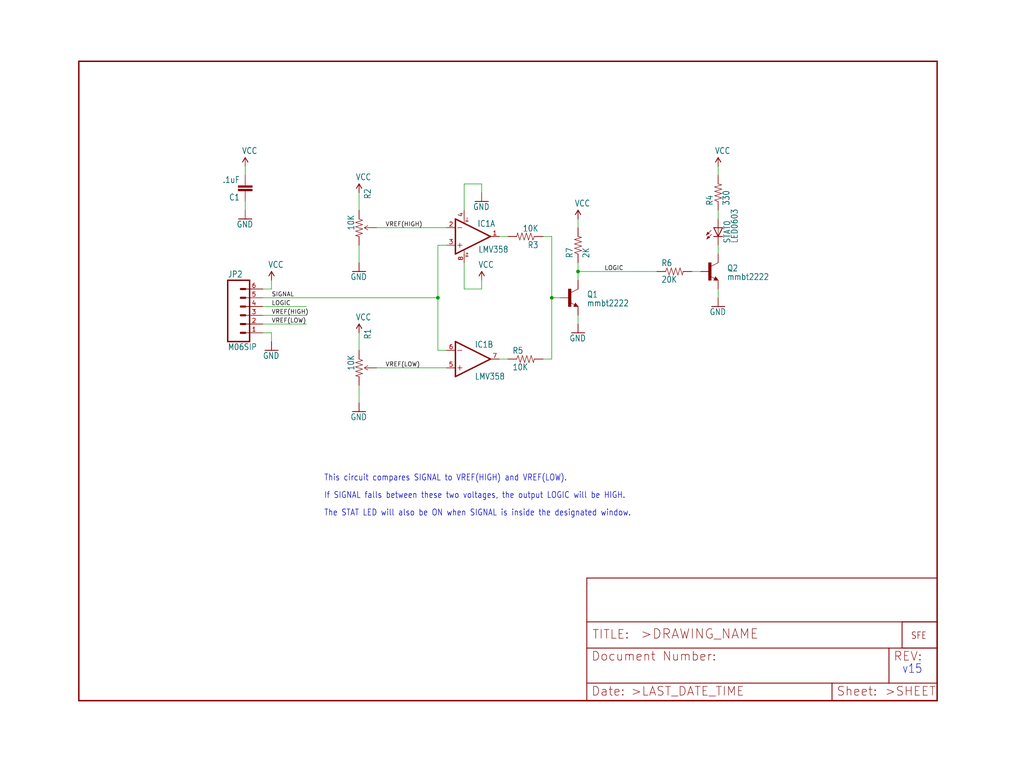
<source format=kicad_sch>
(kicad_sch (version 20211123) (generator eeschema)
  (paper "User" 297.002 223.926)
  (lib_symbols
    (symbol "eagleSchem-eagle-import:CAP0603-CAP"
      (property "Reference" "C" (at 1.524 2.921 0))
      (property "Value" "CAP0603-CAP" (at 1.524 -2.159 0))
      (symbol "CAP0603-CAP_1_0"
        (rectangle (start -2.032 0.508) (end 2.032 1.016) (fill (type outline)))
        (rectangle (start -2.032 1.524) (end 2.032 2.032) (fill (type outline)))
        (polyline (pts (xy 0 0) (xy 0 0.508)) (stroke (width 0.1524)))
        (polyline (pts (xy 0 2.54) (xy 0 2.032)) (stroke (width 0.1524)))
        (pin passive line (at 0 5.08 270) (length 2.54) (name "1") (number "1"))
        (pin passive line (at 0 -2.54 90) (length 2.54) (name "2") (number "2"))
      )
    )
    (symbol "eagleSchem-eagle-import:FRAME-LETTER"
      (symbol "FRAME-LETTER_1_0"
        (polyline (pts (xy 0 0) (xy 248.92 0)) (stroke (width 0.4064)))
        (polyline (pts (xy 0 185.42) (xy 0 0)) (stroke (width 0.4064)))
        (polyline (pts (xy 0 185.42) (xy 248.92 185.42)) (stroke (width 0.4064)))
        (polyline (pts (xy 248.92 185.42) (xy 248.92 0)) (stroke (width 0.4064)))
      )
      (symbol "FRAME-LETTER_2_0"
        (polyline (pts (xy 0 0) (xy 0 5.08)) (stroke (width 0.254)))
        (polyline (pts (xy 0 0) (xy 71.12 0)) (stroke (width 0.254)))
        (polyline (pts (xy 0 5.08) (xy 0 15.24)) (stroke (width 0.254)))
        (polyline (pts (xy 0 5.08) (xy 71.12 5.08)) (stroke (width 0.254)))
        (polyline (pts (xy 0 15.24) (xy 0 22.86)) (stroke (width 0.254)))
        (polyline (pts (xy 0 22.86) (xy 0 35.56)) (stroke (width 0.254)))
        (polyline (pts (xy 0 22.86) (xy 101.6 22.86)) (stroke (width 0.254)))
        (polyline (pts (xy 71.12 0) (xy 101.6 0)) (stroke (width 0.254)))
        (polyline (pts (xy 71.12 5.08) (xy 71.12 0)) (stroke (width 0.254)))
        (polyline (pts (xy 71.12 5.08) (xy 87.63 5.08)) (stroke (width 0.254)))
        (polyline (pts (xy 87.63 5.08) (xy 101.6 5.08)) (stroke (width 0.254)))
        (polyline (pts (xy 87.63 15.24) (xy 0 15.24)) (stroke (width 0.254)))
        (polyline (pts (xy 87.63 15.24) (xy 87.63 5.08)) (stroke (width 0.254)))
        (polyline (pts (xy 101.6 5.08) (xy 101.6 0)) (stroke (width 0.254)))
        (polyline (pts (xy 101.6 15.24) (xy 87.63 15.24)) (stroke (width 0.254)))
        (polyline (pts (xy 101.6 15.24) (xy 101.6 5.08)) (stroke (width 0.254)))
        (polyline (pts (xy 101.6 22.86) (xy 101.6 15.24)) (stroke (width 0.254)))
        (polyline (pts (xy 101.6 35.56) (xy 0 35.56)) (stroke (width 0.254)))
        (polyline (pts (xy 101.6 35.56) (xy 101.6 22.86)) (stroke (width 0.254)))
        (text ">DRAWING_NAME" (at 15.494 17.78 0) (effects (font (size 2.7432 2.7432)) (justify left bottom)))
        (text ">LAST_DATE_TIME" (at 12.7 1.27 0) (effects (font (size 2.54 2.54)) (justify left bottom)))
        (text ">SHEET" (at 86.36 1.27 0) (effects (font (size 2.54 2.54)) (justify left bottom)))
        (text "Date:" (at 1.27 1.27 0) (effects (font (size 2.54 2.54)) (justify left bottom)))
        (text "Document Number:" (at 1.27 11.43 0) (effects (font (size 2.54 2.54)) (justify left bottom)))
        (text "REV:" (at 88.9 11.43 0) (effects (font (size 2.54 2.54)) (justify left bottom)))
        (text "Sheet:" (at 72.39 1.27 0) (effects (font (size 2.54 2.54)) (justify left bottom)))
        (text "TITLE:" (at 1.524 17.78 0) (effects (font (size 2.54 2.54)) (justify left bottom)))
      )
    )
    (symbol "eagleSchem-eagle-import:GND" (power)
      (property "Value" "GND" (at -2.54 -2.54 0))
      (symbol "GND_1_0"
        (polyline (pts (xy -1.905 0) (xy 1.905 0)) (stroke (width 0.254)))
        (pin power_in line (at 0 2.54 270) (length 2.54) (name "GND") (number "1"))
      )
    )
    (symbol "eagleSchem-eagle-import:LED0603"
      (property "Reference" "LED" (at 3.556 -4.572 90))
      (property "Value" "LED0603" (at 5.715 -4.572 90))
      (symbol "LED0603_1_0"
        (polyline (pts (xy -2.032 -0.762) (xy -3.429 -2.159)) (stroke (width 0.1524)))
        (polyline (pts (xy -1.905 -1.905) (xy -3.302 -3.302)) (stroke (width 0.1524)))
        (polyline (pts (xy 0 -2.54) (xy -1.27 -2.54)) (stroke (width 0.254)))
        (polyline (pts (xy 0 -2.54) (xy -1.27 0)) (stroke (width 0.254)))
        (polyline (pts (xy 0 0) (xy -1.27 0)) (stroke (width 0.254)))
        (polyline (pts (xy 0 0) (xy 0 -2.54)) (stroke (width 0.1524)))
        (polyline (pts (xy 1.27 -2.54) (xy 0 -2.54)) (stroke (width 0.254)))
        (polyline (pts (xy 1.27 0) (xy 0 -2.54)) (stroke (width 0.254)))
        (polyline (pts (xy 1.27 0) (xy 0 0)) (stroke (width 0.254)))
        (polyline (pts (xy -3.429 -2.159) (xy -3.048 -1.27) (xy -2.54 -1.778)) (fill (type outline)))
        (polyline (pts (xy -3.302 -3.302) (xy -2.921 -2.413) (xy -2.413 -2.921)) (fill (type outline)))
        (pin passive line (at 0 2.54 270) (length 2.54) (name "A") (number "A"))
        (pin passive line (at 0 -5.08 90) (length 2.54) (name "C") (number "C"))
      )
    )
    (symbol "eagleSchem-eagle-import:LOGO-SFENEW"
      (symbol "LOGO-SFENEW_1_0"
        (polyline (pts (xy -2.54 -2.54) (xy 7.62 -2.54)) (stroke (width 0.254)))
        (polyline (pts (xy -2.54 5.08) (xy -2.54 -2.54)) (stroke (width 0.254)))
        (polyline (pts (xy 7.62 -2.54) (xy 7.62 5.08)) (stroke (width 0.254)))
        (polyline (pts (xy 7.62 5.08) (xy -2.54 5.08)) (stroke (width 0.254)))
        (text "SFE" (at 0 0 0) (effects (font (size 1.9304 1.6408)) (justify left bottom)))
      )
    )
    (symbol "eagleSchem-eagle-import:M06SIP"
      (property "Reference" "JP" (at -5.08 10.922 0))
      (property "Value" "M06SIP" (at -5.08 -10.16 0))
      (symbol "M06SIP_1_0"
        (polyline (pts (xy -5.08 10.16) (xy -5.08 -7.62)) (stroke (width 0.4064)))
        (polyline (pts (xy -5.08 10.16) (xy 1.27 10.16)) (stroke (width 0.4064)))
        (polyline (pts (xy -1.27 -5.08) (xy 0 -5.08)) (stroke (width 0.6096)))
        (polyline (pts (xy -1.27 -2.54) (xy 0 -2.54)) (stroke (width 0.6096)))
        (polyline (pts (xy -1.27 0) (xy 0 0)) (stroke (width 0.6096)))
        (polyline (pts (xy -1.27 2.54) (xy 0 2.54)) (stroke (width 0.6096)))
        (polyline (pts (xy -1.27 5.08) (xy 0 5.08)) (stroke (width 0.6096)))
        (polyline (pts (xy -1.27 7.62) (xy 0 7.62)) (stroke (width 0.6096)))
        (polyline (pts (xy 1.27 -7.62) (xy -5.08 -7.62)) (stroke (width 0.4064)))
        (polyline (pts (xy 1.27 -7.62) (xy 1.27 10.16)) (stroke (width 0.4064)))
        (pin passive line (at 5.08 -5.08 180) (length 5.08) (name "1") (number "1"))
        (pin passive line (at 5.08 -2.54 180) (length 5.08) (name "2") (number "2"))
        (pin passive line (at 5.08 0 180) (length 5.08) (name "3") (number "3"))
        (pin passive line (at 5.08 2.54 180) (length 5.08) (name "4") (number "4"))
        (pin passive line (at 5.08 5.08 180) (length 5.08) (name "5") (number "5"))
        (pin passive line (at 5.08 7.62 180) (length 5.08) (name "6") (number "6"))
      )
    )
    (symbol "eagleSchem-eagle-import:OPAMP-DUALU"
      (property "Reference" "IC" (at 2.54 5.715 0))
      (property "Value" "OPAMP-DUALU" (at 2.54 -5.08 0))
      (symbol "OPAMP-DUALU_1_0"
        (polyline (pts (xy -5.08 -5.08) (xy 5.08 0)) (stroke (width 0.4064)))
        (polyline (pts (xy -5.08 5.08) (xy -5.08 -5.08)) (stroke (width 0.4064)))
        (polyline (pts (xy -4.445 -2.54) (xy -3.175 -2.54)) (stroke (width 0.1524)))
        (polyline (pts (xy -4.445 2.54) (xy -3.175 2.54)) (stroke (width 0.1524)))
        (polyline (pts (xy -3.81 3.175) (xy -3.81 1.905)) (stroke (width 0.1524)))
        (polyline (pts (xy -2.54 -3.9116) (xy -2.54 -5.08)) (stroke (width 0.1524)))
        (polyline (pts (xy -2.54 5.08) (xy -2.54 3.8862)) (stroke (width 0.1524)))
        (polyline (pts (xy 5.08 0) (xy -5.08 5.08)) (stroke (width 0.4064)))
        (text "V+" (at -1.27 4.445 900) (effects (font (size 0.8128 0.6908)) (justify left bottom)))
        (text "V-" (at -1.27 -5.715 900) (effects (font (size 0.8128 0.6908)) (justify left bottom)))
        (pin output line (at 7.62 0 180) (length 2.54) (name "OUT") (number "1"))
        (pin input line (at -7.62 -2.54 0) (length 2.54) (name "-IN") (number "2"))
        (pin input line (at -7.62 2.54 0) (length 2.54) (name "+IN") (number "3"))
        (pin power_in line (at -2.54 -7.62 90) (length 2.54) (name "V-") (number "4"))
        (pin power_in line (at -2.54 7.62 270) (length 2.54) (name "V+") (number "8"))
      )
      (symbol "OPAMP-DUALU_2_0"
        (polyline (pts (xy -5.08 -5.08) (xy 5.08 0)) (stroke (width 0.4064)))
        (polyline (pts (xy -5.08 5.08) (xy -5.08 -5.08)) (stroke (width 0.4064)))
        (polyline (pts (xy -4.445 -2.54) (xy -3.175 -2.54)) (stroke (width 0.1524)))
        (polyline (pts (xy -4.445 2.54) (xy -3.175 2.54)) (stroke (width 0.1524)))
        (polyline (pts (xy -3.81 3.175) (xy -3.81 1.905)) (stroke (width 0.1524)))
        (polyline (pts (xy 5.08 0) (xy -5.08 5.08)) (stroke (width 0.4064)))
        (pin input line (at -7.62 2.54 0) (length 2.54) (name "+IN") (number "5"))
        (pin input line (at -7.62 -2.54 0) (length 2.54) (name "-IN") (number "6"))
        (pin output line (at 7.62 0 180) (length 2.54) (name "OUT") (number "7"))
      )
    )
    (symbol "eagleSchem-eagle-import:RESISTOR0603-RES"
      (property "Reference" "R" (at -3.81 1.4986 0))
      (property "Value" "RESISTOR0603-RES" (at -3.81 -3.302 0))
      (symbol "RESISTOR0603-RES_1_0"
        (polyline (pts (xy -2.54 0) (xy -2.159 1.016)) (stroke (width 0.1524)))
        (polyline (pts (xy -2.159 1.016) (xy -1.524 -1.016)) (stroke (width 0.1524)))
        (polyline (pts (xy -1.524 -1.016) (xy -0.889 1.016)) (stroke (width 0.1524)))
        (polyline (pts (xy -0.889 1.016) (xy -0.254 -1.016)) (stroke (width 0.1524)))
        (polyline (pts (xy -0.254 -1.016) (xy 0.381 1.016)) (stroke (width 0.1524)))
        (polyline (pts (xy 0.381 1.016) (xy 1.016 -1.016)) (stroke (width 0.1524)))
        (polyline (pts (xy 1.016 -1.016) (xy 1.651 1.016)) (stroke (width 0.1524)))
        (polyline (pts (xy 1.651 1.016) (xy 2.286 -1.016)) (stroke (width 0.1524)))
        (polyline (pts (xy 2.286 -1.016) (xy 2.54 0)) (stroke (width 0.1524)))
        (pin passive line (at -5.08 0 0) (length 2.54) (name "1") (number "1"))
        (pin passive line (at 5.08 0 180) (length 2.54) (name "2") (number "2"))
      )
    )
    (symbol "eagleSchem-eagle-import:TRANSISTOR_NPNSOT23-3"
      (property "Reference" "Q" (at 5.08 0 0))
      (property "Value" "TRANSISTOR_NPNSOT23-3" (at 5.08 -2.54 0))
      (symbol "TRANSISTOR_NPNSOT23-3_1_0"
        (rectangle (start -0.254 -2.54) (end 0.508 2.54) (fill (type outline)))
        (polyline (pts (xy 1.27 -2.54) (xy 1.778 -1.524)) (stroke (width 0.1524)))
        (polyline (pts (xy 1.524 -2.413) (xy 2.286 -2.413)) (stroke (width 0.254)))
        (polyline (pts (xy 1.524 -2.286) (xy 1.905 -2.286)) (stroke (width 0.254)))
        (polyline (pts (xy 1.54 -2.04) (xy 0.308 -1.424)) (stroke (width 0.1524)))
        (polyline (pts (xy 1.778 -1.778) (xy 1.524 -2.286)) (stroke (width 0.254)))
        (polyline (pts (xy 1.778 -1.524) (xy 2.54 -2.54)) (stroke (width 0.1524)))
        (polyline (pts (xy 1.905 -2.286) (xy 1.778 -2.032)) (stroke (width 0.254)))
        (polyline (pts (xy 2.286 -2.413) (xy 1.778 -1.778)) (stroke (width 0.254)))
        (polyline (pts (xy 2.54 -2.54) (xy 1.27 -2.54)) (stroke (width 0.1524)))
        (polyline (pts (xy 2.54 2.54) (xy 0.508 1.524)) (stroke (width 0.1524)))
        (pin passive line (at -2.54 0 0) (length 2.54) (name "B") (number "1"))
        (pin passive line (at 2.54 -5.08 90) (length 2.54) (name "E") (number "2"))
        (pin passive line (at 2.54 5.08 270) (length 2.54) (name "C") (number "3"))
      )
    )
    (symbol "eagleSchem-eagle-import:TRIMPOTSMD"
      (property "Reference" "R" (at -11.43 1.4986 0))
      (property "Value" "TRIMPOTSMD" (at -3.81 -3.302 0))
      (symbol "TRIMPOTSMD_1_0"
        (polyline (pts (xy -2.54 0) (xy -2.159 1.016)) (stroke (width 0.1524)))
        (polyline (pts (xy -2.159 1.016) (xy -1.524 -1.016)) (stroke (width 0.1524)))
        (polyline (pts (xy -1.524 -1.016) (xy -0.889 1.016)) (stroke (width 0.1524)))
        (polyline (pts (xy -0.889 1.016) (xy -0.254 -1.016)) (stroke (width 0.1524)))
        (polyline (pts (xy -0.635 2.54) (xy 0 1.524)) (stroke (width 0.1524)))
        (polyline (pts (xy -0.254 -1.016) (xy 0.381 1.016)) (stroke (width 0.1524)))
        (polyline (pts (xy 0 1.524) (xy 0.635 2.54)) (stroke (width 0.1524)))
        (polyline (pts (xy 0 2.54) (xy 0 1.524)) (stroke (width 0.1524)))
        (polyline (pts (xy 0.381 1.016) (xy 1.016 -1.016)) (stroke (width 0.1524)))
        (polyline (pts (xy 1.016 -1.016) (xy 1.651 1.016)) (stroke (width 0.1524)))
        (polyline (pts (xy 1.651 1.016) (xy 2.286 -1.016)) (stroke (width 0.1524)))
        (polyline (pts (xy 2.286 -1.016) (xy 2.54 0)) (stroke (width 0.1524)))
        (pin passive line (at -5.08 0 0) (length 2.54) (name "CCW") (number "1"))
        (pin passive line (at 0 5.08 270) (length 2.54) (name "WIPER") (number "2"))
        (pin passive line (at 5.08 0 180) (length 2.54) (name "CW") (number "3"))
      )
    )
    (symbol "eagleSchem-eagle-import:VCC" (power)
      (property "Value" "VCC" (at -1.016 3.556 0))
      (symbol "VCC_1_0"
        (polyline (pts (xy 0 2.54) (xy -0.762 1.27)) (stroke (width 0.254)))
        (polyline (pts (xy 0.762 1.27) (xy 0 2.54)) (stroke (width 0.254)))
        (pin power_in line (at 0 0 90) (length 2.54) (name "VCC") (number "1"))
      )
    )
  )
  (junction (at 127 86.36))
  (junction (at 167.64 78.74))
  (junction (at 160.02 86.36))
  (wire (pts (xy 104.14 55.88) (xy 104.14 60.96)))
  (wire (pts (xy 129.54 106.68) (xy 109.22 106.68)))
  (wire (pts (xy 134.62 53.34) (xy 139.7 53.34)))
  (wire (pts (xy 139.7 83.82) (xy 134.62 83.82)))
  (wire (pts (xy 76.2 88.9) (xy 88.9 88.9)))
  (wire (pts (xy 104.14 76.2) (xy 104.14 71.12)))
  (wire (pts (xy 139.7 81.28) (xy 139.7 83.82)))
  (wire (pts (xy 139.7 53.34) (xy 139.7 55.88)))
  (wire (pts (xy 127 71.12) (xy 127 86.36)))
  (wire (pts (xy 134.62 83.82) (xy 134.62 76.2)))
  (wire (pts (xy 167.64 93.98) (xy 167.64 91.44)))
  (wire (pts (xy 167.64 78.74) (xy 190.5 78.74)))
  (wire (pts (xy 78.74 83.82) (xy 78.74 81.28)))
  (wire (pts (xy 129.54 71.12) (xy 127 71.12)))
  (wire (pts (xy 167.64 81.28) (xy 167.64 78.74)))
  (wire (pts (xy 104.14 116.84) (xy 104.14 111.76)))
  (wire (pts (xy 208.28 50.8) (xy 208.28 48.26)))
  (wire (pts (xy 160.02 86.36) (xy 160.02 68.58)))
  (wire (pts (xy 71.12 50.8) (xy 71.12 48.26)))
  (wire (pts (xy 104.14 96.52) (xy 104.14 101.6)))
  (wire (pts (xy 147.32 68.58) (xy 144.78 68.58)))
  (wire (pts (xy 208.28 73.66) (xy 208.28 71.12)))
  (wire (pts (xy 167.64 66.04) (xy 167.64 63.5)))
  (wire (pts (xy 200.66 78.74) (xy 203.2 78.74)))
  (wire (pts (xy 127 86.36) (xy 127 101.6)))
  (wire (pts (xy 208.28 63.5) (xy 208.28 60.96)))
  (wire (pts (xy 208.28 86.36) (xy 208.28 83.82)))
  (wire (pts (xy 76.2 93.98) (xy 88.9 93.98)))
  (wire (pts (xy 127 101.6) (xy 129.54 101.6)))
  (wire (pts (xy 160.02 104.14) (xy 160.02 86.36)))
  (wire (pts (xy 78.74 96.52) (xy 78.74 99.06)))
  (wire (pts (xy 76.2 91.44) (xy 88.9 91.44)))
  (wire (pts (xy 167.64 78.74) (xy 167.64 76.2)))
  (wire (pts (xy 144.78 104.14) (xy 147.32 104.14)))
  (wire (pts (xy 160.02 68.58) (xy 157.48 68.58)))
  (wire (pts (xy 76.2 96.52) (xy 78.74 96.52)))
  (wire (pts (xy 129.54 66.04) (xy 109.22 66.04)))
  (wire (pts (xy 160.02 86.36) (xy 162.56 86.36)))
  (wire (pts (xy 127 86.36) (xy 76.2 86.36)))
  (wire (pts (xy 134.62 60.96) (xy 134.62 53.34)))
  (wire (pts (xy 157.48 104.14) (xy 160.02 104.14)))
  (wire (pts (xy 71.12 60.96) (xy 71.12 58.42)))
  (wire (pts (xy 76.2 83.82) (xy 78.74 83.82)))
  (text "If SIGNAL falls between these two voltages, the output LOGIC will be HIGH." (at 93.98 144.78 0) (effects (font (size 1.778 1.5113)) (justify left bottom)))
  (text "This circuit compares SIGNAL to VREF(HIGH) and VREF(LOW)." (at 93.98 139.7 0) (effects (font (size 1.778 1.5113)) (justify left bottom)))
  (text "The STAT LED will also be ON when SIGNAL is inside the designated window." (at 93.98 149.86 0) (effects (font (size 1.778 1.5113)) (justify left bottom)))
  (text "v15" (at 261.62 195.58 180) (effects (font (size 2.54 2.159)) (justify left bottom)))
  (label "VREF(LOW)" (at 78.74 93.98 0) (effects (font (size 1.2446 1.2446))))
  (label "VREF(HIGH)" (at 111.76 66.04 0) (effects (font (size 1.2446 1.2446))))
  (label "VREF(HIGH)" (at 78.74 91.44 0) (effects (font (size 1.2446 1.2446))))
  (label "SIGNAL" (at 78.74 86.36 0) (effects (font (size 1.2446 1.2446))))
  (label "VREF(LOW)" (at 111.76 106.68 0) (effects (font (size 1.2446 1.2446))))
  (label "LOGIC" (at 78.74 88.9 0) (effects (font (size 1.2446 1.2446))))
  (label "LOGIC" (at 175.26 78.74 0) (effects (font (size 1.2446 1.2446))))
  (symbol (lib_id "eagleSchem-eagle-import:GND") (at 104.14 119.38 0) (unit 1)
    (property "Reference" "#GND3" (effects hide))
    (property "Value" "GND" (at 101.6 121.92 0) (effects (font (size 1.778 1.5113)) (justify left bottom)))
    (property "Footprint" "eagleSchem:" (effects hide))
  )
  (symbol (lib_id "eagleSchem-eagle-import:OPAMP-DUALU") (at 137.16 104.14 0) (mirror x) (unit 2)
    (property "Reference" "IC1" (at 137.668 98.933 0) (effects (font (size 1.778 1.5113)) (justify left bottom)))
    (property "Value" "LMV358" (at 137.668 108.204 0) (effects (font (size 1.778 1.5113)) (justify left bottom)))
    (property "Footprint" "eagleSchem:SO08" (effects hide))
  )
  (symbol (lib_id "eagleSchem-eagle-import:VCC") (at 104.14 55.88 0) (unit 1)
    (property "Reference" "#P+3" (effects hide))
    (property "Value" "VCC" (at 103.124 52.324 0) (effects (font (size 1.778 1.5113)) (justify left bottom)))
    (property "Footprint" "eagleSchem:" (effects hide))
  )
  (symbol (lib_id "eagleSchem-eagle-import:RESISTOR0603-RES") (at 152.4 68.58 180) (unit 1)
    (property "Reference" "R3" (at 156.21 70.0786 0) (effects (font (size 1.778 1.5113)) (justify left bottom)))
    (property "Value" "10K" (at 156.21 65.278 0) (effects (font (size 1.778 1.5113)) (justify left bottom)))
    (property "Footprint" "eagleSchem:0603-RES" (effects hide))
  )
  (symbol (lib_id "eagleSchem-eagle-import:RESISTOR0603-RES") (at 208.28 55.88 90) (unit 1)
    (property "Reference" "R4" (at 206.7814 59.69 0) (effects (font (size 1.778 1.5113)) (justify left bottom)))
    (property "Value" "330" (at 211.582 59.69 0) (effects (font (size 1.778 1.5113)) (justify left bottom)))
    (property "Footprint" "eagleSchem:0603-RES" (effects hide))
  )
  (symbol (lib_id "eagleSchem-eagle-import:LED0603") (at 208.28 66.04 0) (unit 1)
    (property "Reference" "STAT0" (at 211.836 70.612 90) (effects (font (size 1.778 1.5113)) (justify left bottom)))
    (property "Value" "LED0603" (at 213.995 70.612 90) (effects (font (size 1.778 1.5113)) (justify left bottom)))
    (property "Footprint" "eagleSchem:LED-0603" (effects hide))
  )
  (symbol (lib_id "eagleSchem-eagle-import:GND") (at 71.12 63.5 0) (unit 1)
    (property "Reference" "#GND4" (effects hide))
    (property "Value" "GND" (at 68.58 66.04 0) (effects (font (size 1.778 1.5113)) (justify left bottom)))
    (property "Footprint" "eagleSchem:" (effects hide))
  )
  (symbol (lib_id "eagleSchem-eagle-import:VCC") (at 167.64 63.5 0) (unit 1)
    (property "Reference" "#P+5" (effects hide))
    (property "Value" "VCC" (at 166.624 59.944 0) (effects (font (size 1.778 1.5113)) (justify left bottom)))
    (property "Footprint" "eagleSchem:" (effects hide))
  )
  (symbol (lib_id "eagleSchem-eagle-import:VCC") (at 104.14 96.52 0) (unit 1)
    (property "Reference" "#P+4" (effects hide))
    (property "Value" "VCC" (at 103.124 92.964 0) (effects (font (size 1.778 1.5113)) (justify left bottom)))
    (property "Footprint" "eagleSchem:" (effects hide))
  )
  (symbol (lib_id "eagleSchem-eagle-import:VCC") (at 139.7 81.28 0) (unit 1)
    (property "Reference" "#P+7" (effects hide))
    (property "Value" "VCC" (at 138.684 77.724 0) (effects (font (size 1.778 1.5113)) (justify left bottom)))
    (property "Footprint" "eagleSchem:" (effects hide))
  )
  (symbol (lib_id "eagleSchem-eagle-import:VCC") (at 71.12 48.26 0) (unit 1)
    (property "Reference" "#P+2" (effects hide))
    (property "Value" "VCC" (at 70.104 44.704 0) (effects (font (size 1.778 1.5113)) (justify left bottom)))
    (property "Footprint" "eagleSchem:" (effects hide))
  )
  (symbol (lib_id "eagleSchem-eagle-import:RESISTOR0603-RES") (at 152.4 104.14 0) (unit 1)
    (property "Reference" "R5" (at 148.59 102.6414 0) (effects (font (size 1.778 1.5113)) (justify left bottom)))
    (property "Value" "10K" (at 148.59 107.442 0) (effects (font (size 1.778 1.5113)) (justify left bottom)))
    (property "Footprint" "eagleSchem:0603-RES" (effects hide))
  )
  (symbol (lib_id "eagleSchem-eagle-import:GND") (at 139.7 58.42 0) (unit 1)
    (property "Reference" "#GND1" (effects hide))
    (property "Value" "GND" (at 137.16 60.96 0) (effects (font (size 1.778 1.5113)) (justify left bottom)))
    (property "Footprint" "eagleSchem:" (effects hide))
  )
  (symbol (lib_id "eagleSchem-eagle-import:TRIMPOTSMD") (at 104.14 106.68 270) (unit 1)
    (property "Reference" "R1" (at 105.6386 95.25 0) (effects (font (size 1.778 1.5113)) (justify left bottom)))
    (property "Value" "10K" (at 100.838 102.87 0) (effects (font (size 1.778 1.5113)) (justify left bottom)))
    (property "Footprint" "eagleSchem:TRIMPOT-3MM" (effects hide))
  )
  (symbol (lib_id "eagleSchem-eagle-import:M06SIP") (at 71.12 91.44 0) (unit 1)
    (property "Reference" "JP2" (at 66.04 80.518 0) (effects (font (size 1.778 1.5113)) (justify left bottom)))
    (property "Value" "M06SIP" (at 66.04 101.6 0) (effects (font (size 1.778 1.5113)) (justify left bottom)))
    (property "Footprint" "eagleSchem:1X06" (effects hide))
  )
  (symbol (lib_id "eagleSchem-eagle-import:GND") (at 104.14 78.74 0) (unit 1)
    (property "Reference" "#GND2" (effects hide))
    (property "Value" "GND" (at 101.6 81.28 0) (effects (font (size 1.778 1.5113)) (justify left bottom)))
    (property "Footprint" "eagleSchem:" (effects hide))
  )
  (symbol (lib_id "eagleSchem-eagle-import:GND") (at 167.64 96.52 0) (unit 1)
    (property "Reference" "#GND5" (effects hide))
    (property "Value" "GND" (at 165.1 99.06 0) (effects (font (size 1.778 1.5113)) (justify left bottom)))
    (property "Footprint" "eagleSchem:" (effects hide))
  )
  (symbol (lib_id "eagleSchem-eagle-import:FRAME-LETTER") (at 170.18 203.2 0) (unit 2)
    (property "Reference" "#FRAME1" (effects hide))
    (property "Value" "FRAME-LETTER" (effects hide))
    (property "Footprint" "eagleSchem:" (effects hide))
  )
  (symbol (lib_id "eagleSchem-eagle-import:VCC") (at 208.28 48.26 0) (unit 1)
    (property "Reference" "#P+1" (effects hide))
    (property "Value" "VCC" (at 207.264 44.704 0) (effects (font (size 1.778 1.5113)) (justify left bottom)))
    (property "Footprint" "eagleSchem:" (effects hide))
  )
  (symbol (lib_id "eagleSchem-eagle-import:TRANSISTOR_NPNSOT23-3") (at 205.74 78.74 0) (unit 1)
    (property "Reference" "Q2" (at 210.82 78.74 0) (effects (font (size 1.778 1.5113)) (justify left bottom)))
    (property "Value" "mmbt2222" (at 210.82 81.28 0) (effects (font (size 1.778 1.5113)) (justify left bottom)))
    (property "Footprint" "eagleSchem:SOT23-3" (effects hide))
  )
  (symbol (lib_id "eagleSchem-eagle-import:LOGO-SFENEW") (at 264.16 185.42 0) (unit 1)
    (property "Reference" "U$3" (effects hide))
    (property "Value" "LOGO-SFENEW" (effects hide))
    (property "Footprint" "eagleSchem:SFE-NEW-WEBLOGO" (effects hide))
  )
  (symbol (lib_id "eagleSchem-eagle-import:FRAME-LETTER") (at 22.86 203.2 0) (unit 1)
    (property "Reference" "#FRAME1" (effects hide))
    (property "Value" "FRAME-LETTER" (effects hide))
    (property "Footprint" "eagleSchem:" (effects hide))
  )
  (symbol (lib_id "eagleSchem-eagle-import:GND") (at 78.74 101.6 0) (unit 1)
    (property "Reference" "#GND7" (effects hide))
    (property "Value" "GND" (at 76.2 104.14 0) (effects (font (size 1.778 1.5113)) (justify left bottom)))
    (property "Footprint" "eagleSchem:" (effects hide))
  )
  (symbol (lib_id "eagleSchem-eagle-import:RESISTOR0603-RES") (at 167.64 71.12 90) (unit 1)
    (property "Reference" "R7" (at 166.1414 74.93 0) (effects (font (size 1.778 1.5113)) (justify left bottom)))
    (property "Value" "2K" (at 170.942 74.93 0) (effects (font (size 1.778 1.5113)) (justify left bottom)))
    (property "Footprint" "eagleSchem:0603-RES" (effects hide))
  )
  (symbol (lib_id "eagleSchem-eagle-import:OPAMP-DUALU") (at 137.16 68.58 0) (mirror x) (unit 1)
    (property "Reference" "IC1" (at 138.43 63.881 0) (effects (font (size 1.778 1.5113)) (justify left bottom)))
    (property "Value" "LMV358" (at 138.684 71.374 0) (effects (font (size 1.778 1.5113)) (justify left bottom)))
    (property "Footprint" "eagleSchem:SO08" (effects hide))
  )
  (symbol (lib_id "eagleSchem-eagle-import:VCC") (at 78.74 81.28 0) (unit 1)
    (property "Reference" "#P+6" (effects hide))
    (property "Value" "VCC" (at 77.724 77.724 0) (effects (font (size 1.778 1.5113)) (justify left bottom)))
    (property "Footprint" "eagleSchem:" (effects hide))
  )
  (symbol (lib_id "eagleSchem-eagle-import:TRIMPOTSMD") (at 104.14 66.04 270) (unit 1)
    (property "Reference" "R2" (at 105.6386 54.61 0) (effects (font (size 1.778 1.5113)) (justify left bottom)))
    (property "Value" "10K" (at 100.838 62.23 0) (effects (font (size 1.778 1.5113)) (justify left bottom)))
    (property "Footprint" "eagleSchem:TRIMPOT-3MM" (effects hide))
  )
  (symbol (lib_id "eagleSchem-eagle-import:GND") (at 208.28 88.9 0) (unit 1)
    (property "Reference" "#GND6" (effects hide))
    (property "Value" "GND" (at 205.74 91.44 0) (effects (font (size 1.778 1.5113)) (justify left bottom)))
    (property "Footprint" "eagleSchem:" (effects hide))
  )
  (symbol (lib_id "eagleSchem-eagle-import:CAP0603-CAP") (at 71.12 53.34 180) (unit 1)
    (property "Reference" "C1" (at 69.596 56.261 0) (effects (font (size 1.778 1.5113)) (justify left bottom)))
    (property "Value" ".1uF" (at 69.596 51.181 0) (effects (font (size 1.778 1.5113)) (justify left bottom)))
    (property "Footprint" "eagleSchem:0603-CAP" (effects hide))
  )
  (symbol (lib_id "eagleSchem-eagle-import:TRANSISTOR_NPNSOT23-3") (at 165.1 86.36 0) (unit 1)
    (property "Reference" "Q1" (at 170.18 86.36 0) (effects (font (size 1.778 1.5113)) (justify left bottom)))
    (property "Value" "mmbt2222" (at 170.18 88.9 0) (effects (font (size 1.778 1.5113)) (justify left bottom)))
    (property "Footprint" "eagleSchem:SOT23-3" (effects hide))
  )
  (symbol (lib_id "eagleSchem-eagle-import:RESISTOR0603-RES") (at 195.58 78.74 0) (unit 1)
    (property "Reference" "R6" (at 191.77 77.2414 0) (effects (font (size 1.778 1.5113)) (justify left bottom)))
    (property "Value" "20K" (at 191.77 82.042 0) (effects (font (size 1.778 1.5113)) (justify left bottom)))
    (property "Footprint" "eagleSchem:0603-RES" (effects hide))
  )
)
</source>
